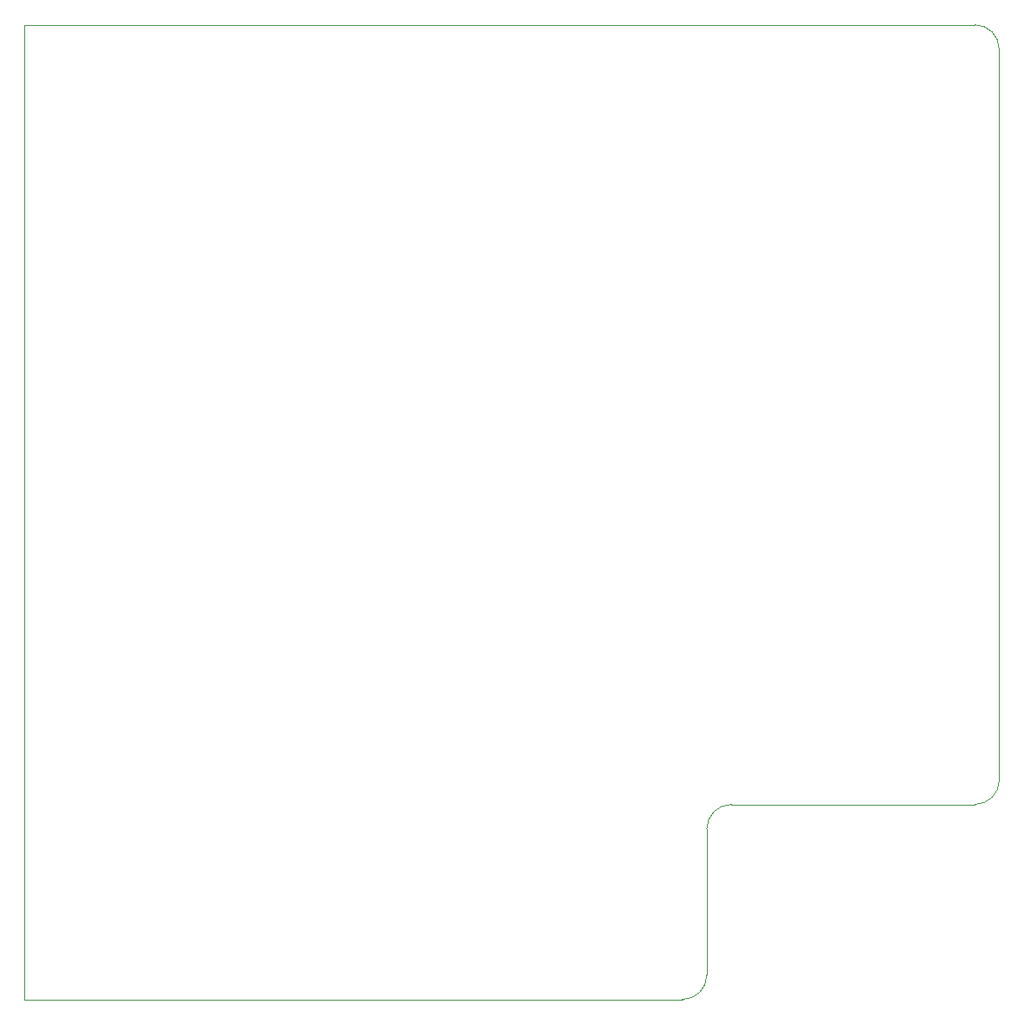
<source format=gm1>
%TF.GenerationSoftware,KiCad,Pcbnew,(5.1.12)-1*%
%TF.CreationDate,2022-01-01T22:18:58-05:00*%
%TF.ProjectId,my-keeb-2,6d792d6b-6565-4622-9d32-2e6b69636164,rev?*%
%TF.SameCoordinates,Original*%
%TF.FileFunction,Profile,NP*%
%FSLAX46Y46*%
G04 Gerber Fmt 4.6, Leading zero omitted, Abs format (unit mm)*
G04 Created by KiCad (PCBNEW (5.1.12)-1) date 2022-01-01 22:18:58*
%MOMM*%
%LPD*%
G01*
G04 APERTURE LIST*
%TA.AperFunction,Profile*%
%ADD10C,0.050000*%
%TD*%
G04 APERTURE END LIST*
D10*
X107950000Y-107950000D02*
X107950000Y-12700000D01*
X200818750Y-88900000D02*
X177006250Y-88900000D01*
X174625000Y-91281250D02*
G75*
G02*
X177006250Y-88900000I2381250J0D01*
G01*
X203200000Y-86518750D02*
G75*
G02*
X200818750Y-88900000I-2381250J0D01*
G01*
X174625000Y-105568750D02*
G75*
G02*
X172243750Y-107950000I-2381250J0D01*
G01*
X174625000Y-105568750D02*
X174625000Y-91281250D01*
X107950000Y-107950000D02*
X172243750Y-107950000D01*
X203200000Y-15081250D02*
X203200000Y-86518750D01*
X107950000Y-12700000D02*
X200818750Y-12700000D01*
X200818750Y-12700000D02*
G75*
G02*
X203200000Y-15081250I0J-2381250D01*
G01*
M02*

</source>
